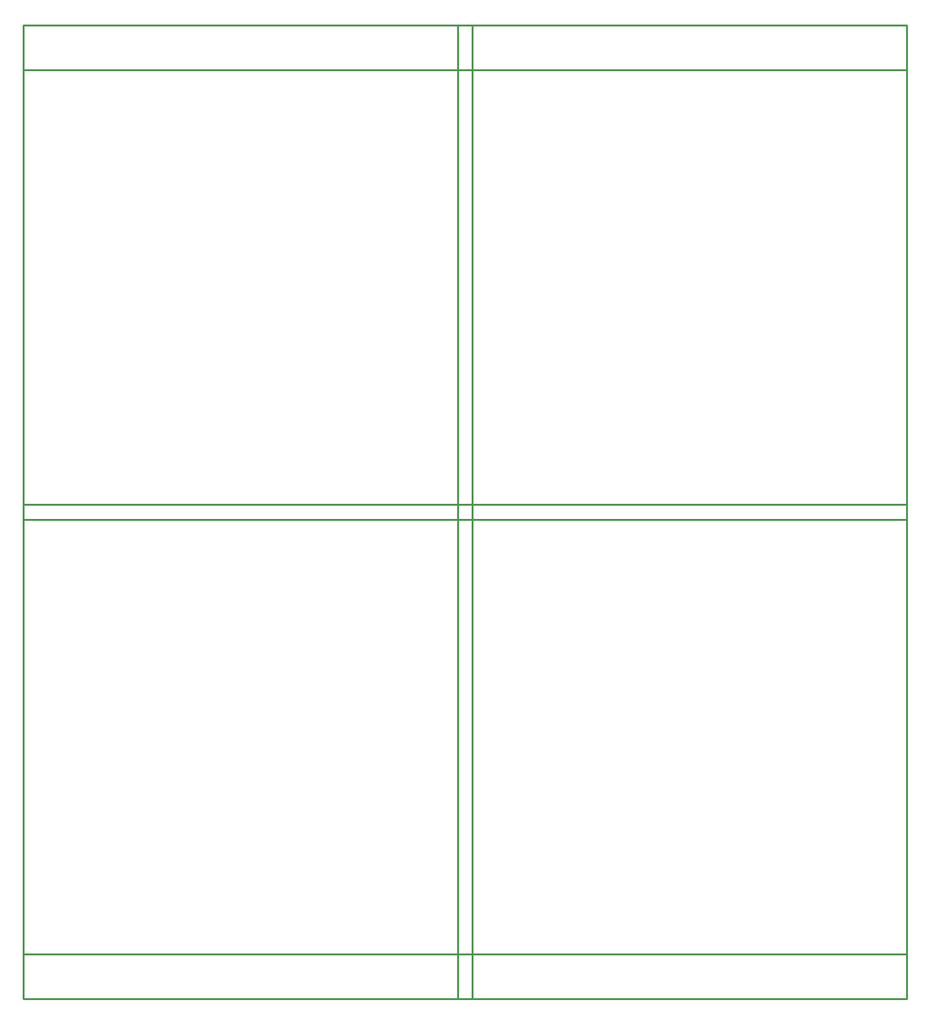
<source format=gko>
G04 Layer: BoardOutlineLayer*
G04 Panelize: V-CUT, Column: 2, Row: 2, Board Size: 58.42mm x 58.42mm, Panelized Board Size: 118.84mm x 118.84mm*
G04 EasyEDA v6.5.32, 2023-07-25 14:04:49*
G04 01c93cbc548a4dda9c4b12d9fff3756e,5a6b42c53f6a479593ecc07194224c93,10*
G04 Gerber Generator version 0.2*
G04 Scale: 100 percent, Rotated: No, Reflected: No *
G04 Dimensions in millimeters *
G04 leading zeros omitted , absolute positions ,4 integer and 5 decimal *
%FSLAX45Y45*%
%MOMM*%

%ADD10C,0.2540*%
D10*
X0Y5842000D02*
G01*
X5842000Y5842000D01*
X5842000Y0D01*
X0Y502D01*
X0Y5842000D01*
X6041999Y5842000D02*
G01*
X11883999Y5842000D01*
X11883999Y0D01*
X6041999Y502D01*
X6041999Y5842000D01*
X0Y-199999D02*
G01*
X5842000Y-199999D01*
X5842000Y-6041999D01*
X0Y-6041496D01*
X0Y-199999D01*
X6041999Y-199999D02*
G01*
X11883999Y-199999D01*
X11883999Y-6041999D01*
X6041999Y-6041496D01*
X6041999Y-199999D01*
X0Y6441998D02*
G01*
X11883999Y6441998D01*
X11883999Y-6641998D01*
X0Y-6641998D01*
X0Y6441998D01*
X0Y-199999D02*
G01*
X11883999Y-199999D01*
X0Y-199999D02*
G01*
X11883999Y-199999D01*
X0Y0D02*
G01*
X11883999Y0D01*
X0Y0D02*
G01*
X11883999Y0D01*
X0Y5842000D02*
G01*
X11883999Y5842000D01*
X0Y-6041999D02*
G01*
X11883999Y-6041999D01*
X0Y5842000D02*
G01*
X11883999Y5842000D01*
X0Y-6041999D02*
G01*
X11883999Y-6041999D01*
X6041999Y6441998D02*
G01*
X6041999Y-6641998D01*
X6041999Y6441998D02*
G01*
X6041999Y-6641998D01*
X5842000Y6441998D02*
G01*
X5842000Y-6641998D01*
X5842000Y6441998D02*
G01*
X5842000Y-6641998D01*

%LPD*%
M02*

</source>
